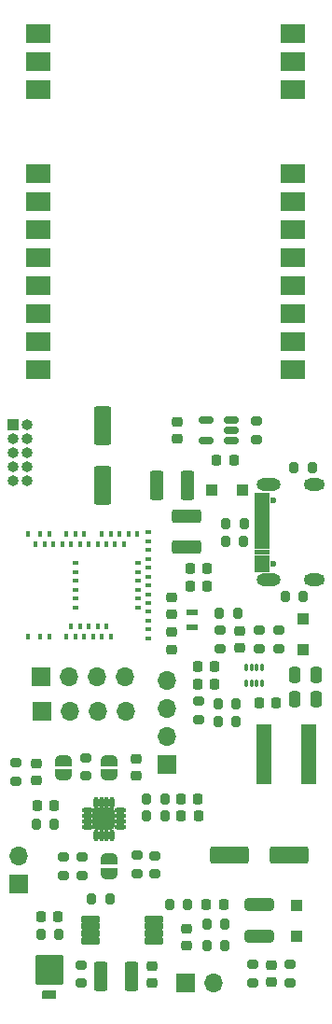
<source format=gbr>
%TF.GenerationSoftware,KiCad,Pcbnew,8.0.4*%
%TF.CreationDate,2024-11-03T02:00:12+08:00*%
%TF.ProjectId,MeshtasticStick,4d657368-7461-4737-9469-63537469636b,rev?*%
%TF.SameCoordinates,Original*%
%TF.FileFunction,Soldermask,Top*%
%TF.FilePolarity,Negative*%
%FSLAX46Y46*%
G04 Gerber Fmt 4.6, Leading zero omitted, Abs format (unit mm)*
G04 Created by KiCad (PCBNEW 8.0.4) date 2024-11-03 02:00:12*
%MOMM*%
%LPD*%
G01*
G04 APERTURE LIST*
G04 Aperture macros list*
%AMRoundRect*
0 Rectangle with rounded corners*
0 $1 Rounding radius*
0 $2 $3 $4 $5 $6 $7 $8 $9 X,Y pos of 4 corners*
0 Add a 4 corners polygon primitive as box body*
4,1,4,$2,$3,$4,$5,$6,$7,$8,$9,$2,$3,0*
0 Add four circle primitives for the rounded corners*
1,1,$1+$1,$2,$3*
1,1,$1+$1,$4,$5*
1,1,$1+$1,$6,$7*
1,1,$1+$1,$8,$9*
0 Add four rect primitives between the rounded corners*
20,1,$1+$1,$2,$3,$4,$5,0*
20,1,$1+$1,$4,$5,$6,$7,0*
20,1,$1+$1,$6,$7,$8,$9,0*
20,1,$1+$1,$8,$9,$2,$3,0*%
%AMFreePoly0*
4,1,19,0.500000,-0.750000,0.000000,-0.750000,0.000000,-0.744911,-0.071157,-0.744911,-0.207708,-0.704816,-0.327430,-0.627875,-0.420627,-0.520320,-0.479746,-0.390866,-0.500000,-0.250000,-0.500000,0.250000,-0.479746,0.390866,-0.420627,0.520320,-0.327430,0.627875,-0.207708,0.704816,-0.071157,0.744911,0.000000,0.744911,0.000000,0.750000,0.500000,0.750000,0.500000,-0.750000,0.500000,-0.750000,
$1*%
%AMFreePoly1*
4,1,19,0.000000,0.744911,0.071157,0.744911,0.207708,0.704816,0.327430,0.627875,0.420627,0.520320,0.479746,0.390866,0.500000,0.250000,0.500000,-0.250000,0.479746,-0.390866,0.420627,-0.520320,0.327430,-0.627875,0.207708,-0.704816,0.071157,-0.744911,0.000000,-0.744911,0.000000,-0.750000,-0.500000,-0.750000,-0.500000,0.750000,0.000000,0.750000,0.000000,0.744911,0.000000,0.744911,
$1*%
G04 Aperture macros list end*
%ADD10C,0.010000*%
%ADD11RoundRect,0.200000X0.275000X-0.200000X0.275000X0.200000X-0.275000X0.200000X-0.275000X-0.200000X0*%
%ADD12RoundRect,0.225000X0.225000X0.250000X-0.225000X0.250000X-0.225000X-0.250000X0.225000X-0.250000X0*%
%ADD13RoundRect,0.225000X-0.225000X-0.250000X0.225000X-0.250000X0.225000X0.250000X-0.225000X0.250000X0*%
%ADD14RoundRect,0.200000X-0.200000X-0.275000X0.200000X-0.275000X0.200000X0.275000X-0.200000X0.275000X0*%
%ADD15RoundRect,0.225000X0.250000X-0.225000X0.250000X0.225000X-0.250000X0.225000X-0.250000X-0.225000X0*%
%ADD16RoundRect,0.250000X-0.250000X-0.475000X0.250000X-0.475000X0.250000X0.475000X-0.250000X0.475000X0*%
%ADD17RoundRect,0.200000X0.200000X0.275000X-0.200000X0.275000X-0.200000X-0.275000X0.200000X-0.275000X0*%
%ADD18RoundRect,0.050000X0.100000X-0.285000X0.100000X0.285000X-0.100000X0.285000X-0.100000X-0.285000X0*%
%ADD19C,0.600000*%
%ADD20O,2.204000X1.104000*%
%ADD21O,1.904000X1.104000*%
%ADD22RoundRect,0.250000X1.075000X-0.375000X1.075000X0.375000X-1.075000X0.375000X-1.075000X-0.375000X0*%
%ADD23R,1.430000X5.500000*%
%ADD24RoundRect,0.225000X-0.250000X0.225000X-0.250000X-0.225000X0.250000X-0.225000X0.250000X0.225000X0*%
%ADD25RoundRect,0.250000X-1.075000X0.312500X-1.075000X-0.312500X1.075000X-0.312500X1.075000X0.312500X0*%
%ADD26RoundRect,0.250000X-0.300000X0.300000X-0.300000X-0.300000X0.300000X-0.300000X0.300000X0.300000X0*%
%ADD27RoundRect,0.250000X0.375000X1.075000X-0.375000X1.075000X-0.375000X-1.075000X0.375000X-1.075000X0*%
%ADD28R,1.700000X1.700000*%
%ADD29O,1.700000X1.700000*%
%ADD30R,1.000000X1.000000*%
%ADD31O,1.000000X1.000000*%
%ADD32O,1.054000X0.504000*%
%ADD33O,0.504000X1.054000*%
%ADD34RoundRect,0.195400X0.781600X0.781600X-0.781600X0.781600X-0.781600X-0.781600X0.781600X-0.781600X0*%
%ADD35RoundRect,0.102000X1.040000X0.755000X-1.040000X0.755000X-1.040000X-0.755000X1.040000X-0.755000X0*%
%ADD36RoundRect,0.153500X-0.728500X-0.153500X0.728500X-0.153500X0.728500X0.153500X-0.728500X0.153500X0*%
%ADD37RoundRect,0.218750X-0.218750X-0.256250X0.218750X-0.256250X0.218750X0.256250X-0.218750X0.256250X0*%
%ADD38FreePoly0,270.000000*%
%ADD39FreePoly1,270.000000*%
%ADD40RoundRect,0.200000X-0.275000X0.200000X-0.275000X-0.200000X0.275000X-0.200000X0.275000X0.200000X0*%
%ADD41RoundRect,0.250000X-0.300000X-0.300000X0.300000X-0.300000X0.300000X0.300000X-0.300000X0.300000X0*%
%ADD42R,1.100000X0.600000*%
%ADD43RoundRect,0.127000X-1.143000X1.208000X-1.143000X-1.208000X1.143000X-1.208000X1.143000X1.208000X0*%
%ADD44RoundRect,0.076200X-0.558800X0.304800X-0.558800X-0.304800X0.558800X-0.304800X0.558800X0.304800X0*%
%ADD45RoundRect,0.150000X0.512500X0.150000X-0.512500X0.150000X-0.512500X-0.150000X0.512500X-0.150000X0*%
%ADD46R,0.400000X0.600000*%
%ADD47R,0.600000X0.400000*%
%ADD48RoundRect,0.250000X-0.550000X1.500000X-0.550000X-1.500000X0.550000X-1.500000X0.550000X1.500000X0*%
%ADD49RoundRect,0.250000X-1.500000X-0.550000X1.500000X-0.550000X1.500000X0.550000X-1.500000X0.550000X0*%
%ADD50FreePoly0,90.000000*%
%ADD51FreePoly1,90.000000*%
G04 APERTURE END LIST*
D10*
%TO.C,J1*%
X150175000Y-116802400D02*
X148935000Y-116802400D01*
X148935000Y-116102400D01*
X150175000Y-116102400D01*
X150175000Y-116802400D01*
G36*
X150175000Y-116802400D02*
G01*
X148935000Y-116802400D01*
X148935000Y-116102400D01*
X150175000Y-116102400D01*
X150175000Y-116802400D01*
G37*
X150175000Y-117602400D02*
X148935000Y-117602400D01*
X148935000Y-116902400D01*
X150175000Y-116902400D01*
X150175000Y-117602400D01*
G36*
X150175000Y-117602400D02*
G01*
X148935000Y-117602400D01*
X148935000Y-116902400D01*
X150175000Y-116902400D01*
X150175000Y-117602400D01*
G37*
X150175000Y-118102400D02*
X148935000Y-118102400D01*
X148935000Y-117702400D01*
X150175000Y-117702400D01*
X150175000Y-118102400D01*
G36*
X150175000Y-118102400D02*
G01*
X148935000Y-118102400D01*
X148935000Y-117702400D01*
X150175000Y-117702400D01*
X150175000Y-118102400D01*
G37*
X150175000Y-118602400D02*
X148935000Y-118602400D01*
X148935000Y-118202400D01*
X150175000Y-118202400D01*
X150175000Y-118602400D01*
G36*
X150175000Y-118602400D02*
G01*
X148935000Y-118602400D01*
X148935000Y-118202400D01*
X150175000Y-118202400D01*
X150175000Y-118602400D01*
G37*
X150175000Y-119102400D02*
X148935000Y-119102400D01*
X148935000Y-118702400D01*
X150175000Y-118702400D01*
X150175000Y-119102400D01*
G36*
X150175000Y-119102400D02*
G01*
X148935000Y-119102400D01*
X148935000Y-118702400D01*
X150175000Y-118702400D01*
X150175000Y-119102400D01*
G37*
X150175000Y-119602400D02*
X148935000Y-119602400D01*
X148935000Y-119202400D01*
X150175000Y-119202400D01*
X150175000Y-119602400D01*
G36*
X150175000Y-119602400D02*
G01*
X148935000Y-119602400D01*
X148935000Y-119202400D01*
X150175000Y-119202400D01*
X150175000Y-119602400D01*
G37*
X150175000Y-120102400D02*
X148935000Y-120102400D01*
X148935000Y-119702400D01*
X150175000Y-119702400D01*
X150175000Y-120102400D01*
G36*
X150175000Y-120102400D02*
G01*
X148935000Y-120102400D01*
X148935000Y-119702400D01*
X150175000Y-119702400D01*
X150175000Y-120102400D01*
G37*
X150175000Y-120602400D02*
X148935000Y-120602400D01*
X148935000Y-120202400D01*
X150175000Y-120202400D01*
X150175000Y-120602400D01*
G36*
X150175000Y-120602400D02*
G01*
X148935000Y-120602400D01*
X148935000Y-120202400D01*
X150175000Y-120202400D01*
X150175000Y-120602400D01*
G37*
X150175000Y-121102400D02*
X148935000Y-121102400D01*
X148935000Y-120702400D01*
X150175000Y-120702400D01*
X150175000Y-121102400D01*
G36*
X150175000Y-121102400D02*
G01*
X148935000Y-121102400D01*
X148935000Y-120702400D01*
X150175000Y-120702400D01*
X150175000Y-121102400D01*
G37*
X150175000Y-121602400D02*
X148935000Y-121602400D01*
X148935000Y-121202400D01*
X150175000Y-121202400D01*
X150175000Y-121602400D01*
G36*
X150175000Y-121602400D02*
G01*
X148935000Y-121602400D01*
X148935000Y-121202400D01*
X150175000Y-121202400D01*
X150175000Y-121602400D01*
G37*
X150175000Y-122402400D02*
X148935000Y-122402400D01*
X148935000Y-121702400D01*
X150175000Y-121702400D01*
X150175000Y-122402400D01*
G36*
X150175000Y-122402400D02*
G01*
X148935000Y-122402400D01*
X148935000Y-121702400D01*
X150175000Y-121702400D01*
X150175000Y-122402400D01*
G37*
X150175000Y-123202400D02*
X148935000Y-123202400D01*
X148935000Y-122502400D01*
X150175000Y-122502400D01*
X150175000Y-123202400D01*
G36*
X150175000Y-123202400D02*
G01*
X148935000Y-123202400D01*
X148935000Y-122502400D01*
X150175000Y-122502400D01*
X150175000Y-123202400D01*
G37*
%TD*%
D11*
%TO.C,R11*%
X148700000Y-160500000D03*
X148700000Y-158850000D03*
%TD*%
D12*
%TO.C,C6*%
X131050000Y-154500000D03*
X129500000Y-154500000D03*
%TD*%
D13*
%TO.C,C4*%
X143025000Y-122900000D03*
X144575000Y-122900000D03*
%TD*%
D14*
%TO.C,R5*%
X144575000Y-157100000D03*
X146225000Y-157100000D03*
%TD*%
D15*
%TO.C,C3*%
X142705000Y-157175000D03*
X142705000Y-155625000D03*
%TD*%
%TO.C,C14*%
X129100000Y-142175000D03*
X129100000Y-140625000D03*
%TD*%
D16*
%TO.C,C19*%
X152550000Y-134800000D03*
X154450000Y-134800000D03*
%TD*%
D11*
%TO.C,R16*%
X138200000Y-150600000D03*
X138200000Y-148950000D03*
%TD*%
D15*
%TO.C,C22*%
X139605000Y-160550000D03*
X139605000Y-159000000D03*
%TD*%
D17*
%TO.C,R26*%
X147225000Y-135200000D03*
X145575000Y-135200000D03*
%TD*%
D14*
%TO.C,R2*%
X151675000Y-125500000D03*
X153325000Y-125500000D03*
%TD*%
D15*
%TO.C,C9*%
X141400000Y-127075000D03*
X141400000Y-125525000D03*
%TD*%
D18*
%TO.C,U6*%
X148100000Y-133380000D03*
X148600000Y-133380000D03*
X149100000Y-133380000D03*
X149600000Y-133380000D03*
X149600000Y-131900000D03*
X149100000Y-131900000D03*
X148600000Y-131900000D03*
X148100000Y-131900000D03*
%TD*%
D19*
%TO.C,J1*%
X150625000Y-122542400D03*
X150625000Y-116762400D03*
D20*
X150135000Y-123977400D03*
X150135000Y-115327400D03*
D21*
X154305000Y-123977400D03*
X154305000Y-115327400D03*
%TD*%
D22*
%TO.C,L1*%
X142700000Y-121000000D03*
X142700000Y-118200000D03*
%TD*%
D17*
%TO.C,R20*%
X142825000Y-153400000D03*
X141175000Y-153400000D03*
%TD*%
D23*
%TO.C,L3*%
X149780000Y-139800000D03*
X153820000Y-139800000D03*
%TD*%
D11*
%TO.C,R15*%
X133600000Y-141725000D03*
X133600000Y-140075000D03*
%TD*%
D24*
%TO.C,C10*%
X141400000Y-128725000D03*
X141400000Y-130275000D03*
%TD*%
D25*
%TO.C,R8*%
X149300000Y-153400000D03*
X149300000Y-156325000D03*
%TD*%
D17*
%TO.C,R27*%
X147358332Y-126975000D03*
X145708332Y-126975000D03*
%TD*%
D15*
%TO.C,C21*%
X147566666Y-130150000D03*
X147566666Y-128600000D03*
%TD*%
D26*
%TO.C,D3*%
X153300000Y-127500000D03*
X153300000Y-130300000D03*
%TD*%
D27*
%TO.C,F1*%
X142800000Y-115400000D03*
X140000000Y-115400000D03*
%TD*%
D28*
%TO.C,J4*%
X129550000Y-135890000D03*
D29*
X132090000Y-135890000D03*
X134630000Y-135890000D03*
X137170000Y-135890000D03*
%TD*%
D17*
%TO.C,R13*%
X147925000Y-118900000D03*
X146275000Y-118900000D03*
%TD*%
D30*
%TO.C,J2*%
X127000000Y-109855000D03*
D31*
X128270000Y-109855000D03*
X127000000Y-111125000D03*
X128270000Y-111125000D03*
X127000000Y-112395000D03*
X128270000Y-112395000D03*
X127000000Y-113665000D03*
X128270000Y-113665000D03*
X127000000Y-114935000D03*
X128270000Y-114935000D03*
%TD*%
D12*
%TO.C,C17*%
X145275000Y-131800000D03*
X143725000Y-131800000D03*
%TD*%
D11*
%TO.C,R18*%
X139800000Y-150650000D03*
X139800000Y-149000000D03*
%TD*%
%TO.C,R21*%
X133200000Y-150750000D03*
X133200000Y-149100000D03*
%TD*%
D32*
%TO.C,U5*%
X136700000Y-146400000D03*
X136700000Y-145900000D03*
X136700000Y-145400000D03*
X136700000Y-144900000D03*
D33*
X135970000Y-144170000D03*
X135470000Y-144170000D03*
X134970000Y-144170000D03*
X134470000Y-144170000D03*
D32*
X133740000Y-144900000D03*
X133740000Y-145400000D03*
X133740000Y-145900000D03*
X133740000Y-146400000D03*
D33*
X134470000Y-147130000D03*
X134970000Y-147130000D03*
X135470000Y-147130000D03*
X135970000Y-147130000D03*
D34*
X135220000Y-145650000D03*
%TD*%
D16*
%TO.C,C20*%
X152550000Y-132600000D03*
X154450000Y-132600000D03*
%TD*%
D17*
%TO.C,R29*%
X140750000Y-145400000D03*
X139100000Y-145400000D03*
%TD*%
D11*
%TO.C,R23*%
X151100000Y-130200000D03*
X151100000Y-128550000D03*
%TD*%
D35*
%TO.C,U3*%
X129217200Y-74445000D03*
X129217200Y-76985000D03*
X129217200Y-79525000D03*
X129217200Y-87125000D03*
X129217200Y-89665000D03*
X129217200Y-92205000D03*
X129217200Y-94745000D03*
X129217200Y-97285000D03*
X129217200Y-99825000D03*
X129217200Y-102365000D03*
X129217200Y-104905000D03*
X152367200Y-104905000D03*
X152367200Y-102365000D03*
X152367200Y-99825000D03*
X152367200Y-97285000D03*
X152367200Y-94745000D03*
X152367200Y-92205000D03*
X152367200Y-89665000D03*
X152367200Y-87125000D03*
X152367200Y-79525000D03*
X152367200Y-76985000D03*
X152367200Y-74445000D03*
%TD*%
D11*
%TO.C,R17*%
X131500000Y-150750000D03*
X131500000Y-149100000D03*
%TD*%
D28*
%TO.C,J3*%
X129540000Y-132715000D03*
D29*
X132080000Y-132715000D03*
X134620000Y-132715000D03*
X137160000Y-132715000D03*
%TD*%
D36*
%TO.C,U2*%
X134008402Y-154743402D03*
X134008402Y-155393402D03*
X134008402Y-156043402D03*
X134008402Y-156693402D03*
X139768402Y-156693402D03*
X139768402Y-156043402D03*
X139768402Y-155393402D03*
X139768402Y-154743402D03*
%TD*%
D11*
%TO.C,R30*%
X143800000Y-136625000D03*
X143800000Y-134975000D03*
%TD*%
D14*
%TO.C,R3*%
X152475000Y-113800000D03*
X154125000Y-113800000D03*
%TD*%
D37*
%TO.C,D4*%
X142187500Y-143800000D03*
X143762500Y-143800000D03*
%TD*%
D14*
%TO.C,R14*%
X129075000Y-146100000D03*
X130725000Y-146100000D03*
%TD*%
D38*
%TO.C,JP2*%
X135700000Y-140350000D03*
D39*
X135700000Y-141650000D03*
%TD*%
D40*
%TO.C,R24*%
X145800000Y-128550000D03*
X145800000Y-130200000D03*
%TD*%
D12*
%TO.C,C2*%
X147000000Y-113100000D03*
X145450000Y-113100000D03*
%TD*%
D40*
%TO.C,R10*%
X152100000Y-158850000D03*
X152100000Y-160500000D03*
%TD*%
D24*
%TO.C,C11*%
X150400000Y-158900000D03*
X150400000Y-160450000D03*
%TD*%
D28*
%TO.C,J6*%
X140900000Y-140740000D03*
D29*
X140900000Y-138200000D03*
X140900000Y-135660000D03*
X140900000Y-133120000D03*
%TD*%
D40*
%TO.C,R25*%
X149333332Y-128550000D03*
X149333332Y-130200000D03*
%TD*%
D41*
%TO.C,D1*%
X145000000Y-115800000D03*
X147800000Y-115800000D03*
%TD*%
D14*
%TO.C,R4*%
X144575000Y-155200000D03*
X146225000Y-155200000D03*
%TD*%
D42*
%TO.C,Y1*%
X143200000Y-126900000D03*
X143200000Y-128300000D03*
%TD*%
D12*
%TO.C,C15*%
X130675000Y-144400000D03*
X129125000Y-144400000D03*
%TD*%
D40*
%TO.C,R19*%
X127200000Y-140575000D03*
X127200000Y-142225000D03*
%TD*%
D15*
%TO.C,C1*%
X141900000Y-111150000D03*
X141900000Y-109600000D03*
%TD*%
D11*
%TO.C,R1*%
X149100000Y-111225000D03*
X149100000Y-109575000D03*
%TD*%
D27*
%TO.C,L2*%
X137705000Y-159900000D03*
X134905000Y-159900000D03*
%TD*%
D38*
%TO.C,JP3*%
X131500000Y-140350000D03*
D39*
X131500000Y-141650000D03*
%TD*%
D17*
%TO.C,R12*%
X147900000Y-120500000D03*
X146250000Y-120500000D03*
%TD*%
D28*
%TO.C,J5*%
X142625000Y-160500000D03*
D29*
X145165000Y-160500000D03*
%TD*%
D17*
%TO.C,R9*%
X135750000Y-152900000D03*
X134100000Y-152900000D03*
%TD*%
D15*
%TO.C,C13*%
X138176000Y-141715000D03*
X138176000Y-140165000D03*
%TD*%
D14*
%TO.C,R22*%
X145575000Y-136800000D03*
X147225000Y-136800000D03*
%TD*%
D43*
%TO.C,D2*%
X130300000Y-159303000D03*
D44*
X130300000Y-161654000D03*
%TD*%
D11*
%TO.C,R6*%
X133105000Y-160550000D03*
X133105000Y-158900000D03*
%TD*%
D12*
%TO.C,C18*%
X145275000Y-133400000D03*
X143725000Y-133400000D03*
%TD*%
D45*
%TO.C,U1*%
X146800000Y-111350000D03*
X146800000Y-110400000D03*
X146800000Y-109450000D03*
X144525000Y-109450000D03*
X144525000Y-111350000D03*
%TD*%
D12*
%TO.C,C8*%
X146075000Y-153400000D03*
X144525000Y-153400000D03*
%TD*%
D46*
%TO.C,U4*%
X128330000Y-129110000D03*
X129430000Y-129110000D03*
X130230000Y-129110000D03*
X131830000Y-129110000D03*
X132230000Y-128210000D03*
X132630000Y-129110000D03*
X133030000Y-128210000D03*
X133430000Y-129110000D03*
X133830000Y-128210000D03*
X134230000Y-129110000D03*
X134630000Y-128210000D03*
X135030000Y-129110000D03*
X135430000Y-128210000D03*
X135830000Y-129110000D03*
D47*
X139230000Y-129260000D03*
X139230000Y-128460000D03*
X139230000Y-127660000D03*
X139230000Y-126860000D03*
X138330000Y-126460000D03*
X139230000Y-126060000D03*
X138330000Y-125660000D03*
X139230000Y-125260000D03*
X138330000Y-124860000D03*
X139230000Y-124460000D03*
X138330000Y-124060000D03*
X139230000Y-123660000D03*
X138330000Y-123260000D03*
X139230000Y-122860000D03*
X138330000Y-122460000D03*
X139230000Y-122060000D03*
X139230000Y-121260000D03*
X139230000Y-120460000D03*
X139230000Y-119660000D03*
D46*
X138230000Y-119810000D03*
X137430000Y-119810000D03*
X137030000Y-120710000D03*
X136630000Y-119810000D03*
X136230000Y-120710000D03*
X135830000Y-119810000D03*
X135430000Y-120710000D03*
X135030000Y-119810000D03*
X134630000Y-120710000D03*
X133830000Y-120710000D03*
X133430000Y-119810000D03*
X133030000Y-120710000D03*
X132630000Y-119810000D03*
X132230000Y-120710000D03*
X131830000Y-119810000D03*
X131430000Y-120710000D03*
X130630000Y-120710000D03*
X130230000Y-119810000D03*
X129830000Y-120710000D03*
X129430000Y-119810000D03*
X129030000Y-120710000D03*
X128330000Y-119810000D03*
D47*
X132630000Y-126460000D03*
X132630000Y-125660000D03*
X132630000Y-124860000D03*
X132630000Y-124060000D03*
X132630000Y-123260000D03*
X132630000Y-122460000D03*
%TD*%
D48*
%TO.C,C7*%
X135100000Y-110000000D03*
X135100000Y-115400000D03*
%TD*%
D13*
%TO.C,C5*%
X143025000Y-124500000D03*
X144575000Y-124500000D03*
%TD*%
D37*
%TO.C,D5*%
X142200000Y-145400000D03*
X143775000Y-145400000D03*
%TD*%
D28*
%TO.C,BT1*%
X127500000Y-151575000D03*
D29*
X127500000Y-149035000D03*
%TD*%
D49*
%TO.C,C12*%
X146600000Y-148900000D03*
X152000000Y-148900000D03*
%TD*%
D26*
%TO.C,D6*%
X152700000Y-153500000D03*
X152700000Y-156300000D03*
%TD*%
D12*
%TO.C,C16*%
X150875000Y-135100000D03*
X149325000Y-135100000D03*
%TD*%
D17*
%TO.C,R28*%
X140725000Y-143800000D03*
X139075000Y-143800000D03*
%TD*%
D50*
%TO.C,JP4*%
X135700000Y-150600000D03*
D51*
X135700000Y-149300000D03*
%TD*%
D17*
%TO.C,R7*%
X131125000Y-156100000D03*
X129475000Y-156100000D03*
%TD*%
M02*

</source>
